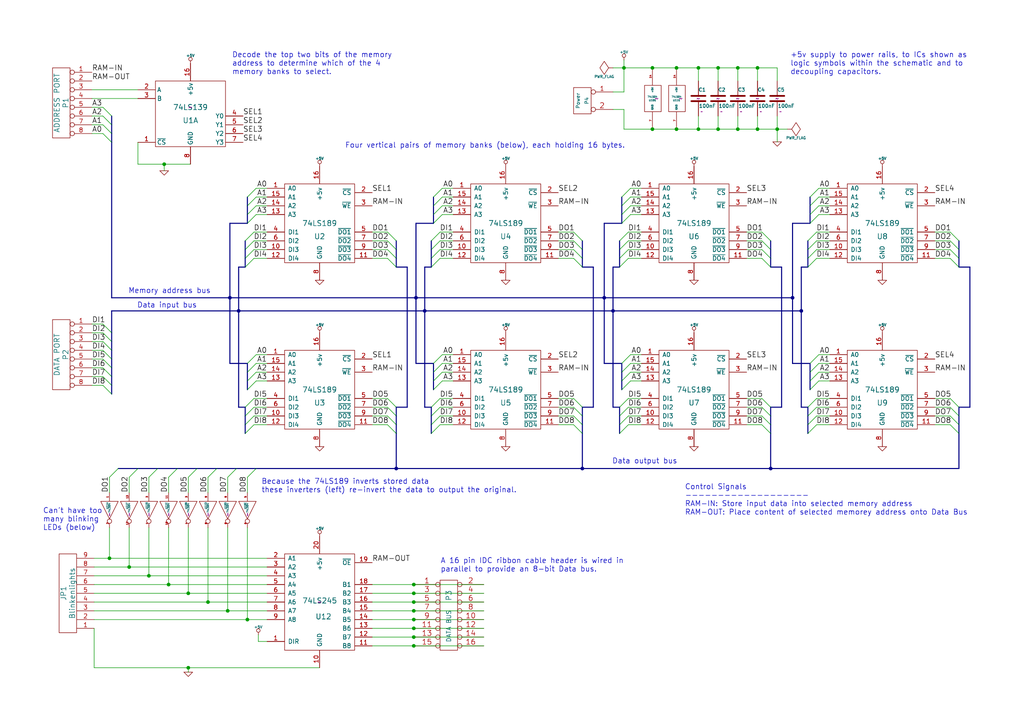
<source format=kicad_sch>
(kicad_sch (version 20211123) (generator eeschema)
  (paper "A4")
  (title_block (title "Hol-1 8-bit CPU - RAM board") (date "10 mar 2019") (rev "1.0") (company "www.Benningtons.Net"))
  (junction (at 219.71 37.465))
  (junction (at 120.015 187.325))
  (junction (at 120.015 184.785))
  (junction (at 202.565 37.465))
  (junction (at 180.975 19.685))
  (junction (at 120.015 179.705))
  (junction (at 37.465 164.465))
  (junction (at 168.91 135.89))
  (junction (at 177.8 90.17))
  (junction (at 123.19 90.17))
  (junction (at 213.995 37.465))
  (junction (at 208.28 37.465))
  (junction (at 43.18 167.005))
  (junction (at 71.755 179.705))
  (junction (at 175.26 86.36))
  (junction (at 208.28 19.685))
  (junction (at 54.61 172.085))
  (junction (at 48.895 169.545))
  (junction (at 189.23 37.465))
  (junction (at 213.995 19.685))
  (junction (at 225.425 37.465))
  (junction (at 229.87 86.36))
  (junction (at 120.015 174.625))
  (junction (at 202.565 19.685))
  (junction (at 232.41 90.17))
  (junction (at 223.52 135.89))
  (junction (at 114.935 135.89))
  (junction (at 120.015 169.545))
  (junction (at 54.61 193.675))
  (junction (at 69.215 90.17))
  (junction (at 196.215 37.465))
  (junction (at 60.325 174.625))
  (junction (at 120.65 86.36))
  (junction (at 196.215 19.685))
  (junction (at 219.71 19.685))
  (junction (at 47.625 47.625))
  (junction (at 120.015 172.085))
  (junction (at 66.04 177.165))
  (junction (at 120.015 182.245))
  (junction (at 31.75 161.925))
  (junction (at 189.23 19.685))
  (junction (at 120.015 177.165))
  (junction (at 66.675 86.36))
  (bus_entry (at 275.59 74.93) (size 2.54 2.54))
  (bus_entry (at 71.755 62.23) (size 2.54 -2.54))
  (bus_entry (at 71.12 77.47) (size 2.54 -2.54))
  (bus_entry (at 275.59 72.39) (size 2.54 2.54))
  (bus_entry (at 275.59 120.65) (size 2.54 2.54))
  (bus_entry (at 125.095 74.93) (size 2.54 -2.54))
  (bus_entry (at 180.34 105.41) (size 2.54 -2.54))
  (bus_entry (at 112.395 115.57) (size 2.54 2.54))
  (bus_entry (at 180.34 59.69) (size 2.54 -2.54))
  (bus_entry (at 29.845 36.195) (size 2.54 2.54))
  (bus_entry (at 234.315 120.65) (size 2.54 -2.54))
  (bus_entry (at 71.755 105.41) (size 2.54 -2.54))
  (bus_entry (at 166.37 74.93) (size 2.54 2.54))
  (bus_entry (at 71.755 57.15) (size 2.54 -2.54))
  (bus_entry (at 275.59 115.57) (size 2.54 2.54))
  (bus_entry (at 71.755 59.69) (size 2.54 -2.54))
  (bus_entry (at 234.95 110.49) (size 2.54 -2.54))
  (bus_entry (at 180.34 57.15) (size 2.54 -2.54))
  (bus_entry (at 179.705 69.85) (size 2.54 -2.54))
  (bus_entry (at 112.395 74.93) (size 2.54 2.54))
  (bus_entry (at 29.845 31.115) (size 2.54 2.54))
  (bus_entry (at 112.395 69.85) (size 2.54 2.54))
  (bus_entry (at 234.315 123.19) (size 2.54 -2.54))
  (bus_entry (at 220.98 72.39) (size 2.54 2.54))
  (bus_entry (at 48.895 138.43) (size 2.54 -2.54))
  (bus_entry (at 166.37 123.19) (size 2.54 2.54))
  (bus_entry (at 180.34 110.49) (size 2.54 -2.54))
  (bus_entry (at 125.095 125.73) (size 2.54 -2.54))
  (bus_entry (at 166.37 67.31) (size 2.54 2.54))
  (bus_entry (at 112.395 123.19) (size 2.54 2.54))
  (bus_entry (at 234.95 62.23) (size 2.54 -2.54))
  (bus_entry (at 234.95 64.77) (size 2.54 -2.54))
  (bus_entry (at 179.705 125.73) (size 2.54 -2.54))
  (bus_entry (at 275.59 118.11) (size 2.54 2.54))
  (bus_entry (at 179.705 118.11) (size 2.54 -2.54))
  (bus_entry (at 234.315 69.85) (size 2.54 -2.54))
  (bus_entry (at 220.98 120.65) (size 2.54 2.54))
  (bus_entry (at 125.095 69.85) (size 2.54 -2.54))
  (bus_entry (at 29.845 109.22) (size 2.54 2.54))
  (bus_entry (at 166.37 115.57) (size 2.54 2.54))
  (bus_entry (at 179.705 72.39) (size 2.54 -2.54))
  (bus_entry (at 60.325 138.43) (size 2.54 -2.54))
  (bus_entry (at 125.095 123.19) (size 2.54 -2.54))
  (bus_entry (at 180.34 64.77) (size 2.54 -2.54))
  (bus_entry (at 29.845 93.98) (size 2.54 2.54))
  (bus_entry (at 179.705 120.65) (size 2.54 -2.54))
  (bus_entry (at 29.845 111.76) (size 2.54 2.54))
  (bus_entry (at 125.095 118.11) (size 2.54 -2.54))
  (bus_entry (at 71.12 125.73) (size 2.54 -2.54))
  (bus_entry (at 220.98 74.93) (size 2.54 2.54))
  (bus_entry (at 234.95 59.69) (size 2.54 -2.54))
  (bus_entry (at 220.98 123.19) (size 2.54 2.54))
  (bus_entry (at 71.755 138.43) (size 2.54 -2.54))
  (bus_entry (at 179.705 77.47) (size 2.54 -2.54))
  (bus_entry (at 71.12 74.93) (size 2.54 -2.54))
  (bus_entry (at 71.755 110.49) (size 2.54 -2.54))
  (bus_entry (at 234.315 74.93) (size 2.54 -2.54))
  (bus_entry (at 125.73 105.41) (size 2.54 -2.54))
  (bus_entry (at 54.61 138.43) (size 2.54 -2.54))
  (bus_entry (at 29.845 33.655) (size 2.54 2.54))
  (bus_entry (at 220.98 67.31) (size 2.54 2.54))
  (bus_entry (at 125.73 57.15) (size 2.54 -2.54))
  (bus_entry (at 71.12 123.19) (size 2.54 -2.54))
  (bus_entry (at 180.34 62.23) (size 2.54 -2.54))
  (bus_entry (at 166.37 69.85) (size 2.54 2.54))
  (bus_entry (at 112.395 120.65) (size 2.54 2.54))
  (bus_entry (at 166.37 72.39) (size 2.54 2.54))
  (bus_entry (at 125.73 107.95) (size 2.54 -2.54))
  (bus_entry (at 220.98 118.11) (size 2.54 2.54))
  (bus_entry (at 125.73 113.03) (size 2.54 -2.54))
  (bus_entry (at 29.845 104.14) (size 2.54 2.54))
  (bus_entry (at 275.59 67.31) (size 2.54 2.54))
  (bus_entry (at 125.73 110.49) (size 2.54 -2.54))
  (bus_entry (at 31.75 138.43) (size 2.54 -2.54))
  (bus_entry (at 71.12 69.85) (size 2.54 -2.54))
  (bus_entry (at 220.98 115.57) (size 2.54 2.54))
  (bus_entry (at 166.37 118.11) (size 2.54 2.54))
  (bus_entry (at 71.12 120.65) (size 2.54 -2.54))
  (bus_entry (at 112.395 118.11) (size 2.54 2.54))
  (bus_entry (at 180.34 113.03) (size 2.54 -2.54))
  (bus_entry (at 125.095 77.47) (size 2.54 -2.54))
  (bus_entry (at 71.755 113.03) (size 2.54 -2.54))
  (bus_entry (at 71.12 118.11) (size 2.54 -2.54))
  (bus_entry (at 234.315 118.11) (size 2.54 -2.54))
  (bus_entry (at 220.98 69.85) (size 2.54 2.54))
  (bus_entry (at 43.18 138.43) (size 2.54 -2.54))
  (bus_entry (at 29.845 38.735) (size 2.54 2.54))
  (bus_entry (at 125.73 59.69) (size 2.54 -2.54))
  (bus_entry (at 179.705 74.93) (size 2.54 -2.54))
  (bus_entry (at 29.845 99.06) (size 2.54 2.54))
  (bus_entry (at 29.845 101.6) (size 2.54 2.54))
  (bus_entry (at 180.34 107.95) (size 2.54 -2.54))
  (bus_entry (at 71.755 107.95) (size 2.54 -2.54))
  (bus_entry (at 71.755 64.77) (size 2.54 -2.54))
  (bus_entry (at 234.315 72.39) (size 2.54 -2.54))
  (bus_entry (at 29.845 106.68) (size 2.54 2.54))
  (bus_entry (at 29.845 96.52) (size 2.54 2.54))
  (bus_entry (at 37.465 138.43) (size 2.54 -2.54))
  (bus_entry (at 166.37 120.65) (size 2.54 2.54))
  (bus_entry (at 179.705 123.19) (size 2.54 -2.54))
  (bus_entry (at 125.73 62.23) (size 2.54 -2.54))
  (bus_entry (at 275.59 123.19) (size 2.54 2.54))
  (bus_entry (at 125.095 72.39) (size 2.54 -2.54))
  (bus_entry (at 234.95 113.03) (size 2.54 -2.54))
  (bus_entry (at 112.395 67.31) (size 2.54 2.54))
  (bus_entry (at 112.395 72.39) (size 2.54 2.54))
  (bus_entry (at 234.95 107.95) (size 2.54 -2.54))
  (bus_entry (at 234.315 77.47) (size 2.54 -2.54))
  (bus_entry (at 275.59 69.85) (size 2.54 2.54))
  (bus_entry (at 66.04 138.43) (size 2.54 -2.54))
  (bus_entry (at 234.95 57.15) (size 2.54 -2.54))
  (bus_entry (at 125.73 64.77) (size 2.54 -2.54))
  (bus_entry (at 234.95 105.41) (size 2.54 -2.54))
  (bus_entry (at 125.095 120.65) (size 2.54 -2.54))
  (bus_entry (at 234.315 125.73) (size 2.54 -2.54))
  (bus_entry (at 71.12 72.39) (size 2.54 -2.54))
  (bus (pts (xy 180.34 105.41) (xy 180.34 107.95)))
  (wire (pts (xy 120.015 184.785) (xy 140.335 184.785)))
  (wire (pts (xy 29.845 36.195) (xy 26.67 36.195)))
  (wire (pts (xy 182.245 118.11) (xy 186.055 118.11)))
  (wire (pts (xy 271.145 69.85) (xy 275.59 69.85)))
  (bus (pts (xy 114.935 120.65) (xy 114.935 123.19)))
  (bus (pts (xy 71.12 120.65) (xy 71.12 123.19)))
  (bus (pts (xy 175.26 64.77) (xy 175.26 86.36)))
  (wire (pts (xy 27.305 161.925) (xy 31.75 161.925)))
  (wire (pts (xy 180.975 19.685) (xy 189.23 19.685)))
  (bus (pts (xy 32.385 96.52) (xy 32.385 99.06)))
  (bus (pts (xy 229.87 64.77) (xy 234.95 64.77)))
  (wire (pts (xy 225.425 37.465) (xy 228.346 37.465)))
  (wire (pts (xy 237.49 105.41) (xy 240.665 105.41)))
  (bus (pts (xy 278.13 69.85) (xy 278.13 72.39)))
  (wire (pts (xy 182.245 72.39) (xy 186.055 72.39)))
  (bus (pts (xy 223.52 125.73) (xy 223.52 135.89)))
  (wire (pts (xy 271.145 120.65) (xy 275.59 120.65)))
  (bus (pts (xy 120.65 86.36) (xy 120.65 105.41)))
  (bus (pts (xy 32.385 99.06) (xy 32.385 101.6)))
  (bus (pts (xy 223.52 77.47) (xy 226.695 77.47)))
  (wire (pts (xy 120.015 169.545) (xy 140.335 169.545)))
  (bus (pts (xy 175.26 64.77) (xy 180.34 64.77)))
  (bus (pts (xy 114.935 72.39) (xy 114.935 74.93)))
  (bus (pts (xy 125.095 118.11) (xy 125.095 120.65)))
  (wire (pts (xy 202.565 19.685) (xy 202.565 23.495)))
  (wire (pts (xy 271.145 74.93) (xy 275.59 74.93)))
  (wire (pts (xy 128.27 105.41) (xy 131.445 105.41)))
  (bus (pts (xy 71.12 77.47) (xy 69.215 77.47)))
  (wire (pts (xy 127.635 69.85) (xy 131.445 69.85)))
  (wire (pts (xy 60.325 153.035) (xy 60.325 174.625)))
  (bus (pts (xy 278.13 74.93) (xy 278.13 77.47)))
  (wire (pts (xy 216.535 115.57) (xy 220.98 115.57)))
  (bus (pts (xy 234.95 110.49) (xy 234.95 113.03)))
  (wire (pts (xy 161.925 120.65) (xy 166.37 120.65)))
  (wire (pts (xy 182.88 110.49) (xy 186.055 110.49)))
  (wire (pts (xy 182.245 120.65) (xy 186.055 120.65)))
  (bus (pts (xy 234.95 107.95) (xy 234.95 110.49)))
  (bus (pts (xy 226.695 77.47) (xy 226.695 118.11)))
  (bus (pts (xy 123.19 77.47) (xy 123.19 90.17)))
  (wire (pts (xy 182.245 74.93) (xy 186.055 74.93)))
  (wire (pts (xy 236.855 69.85) (xy 240.665 69.85)))
  (wire (pts (xy 107.95 179.705) (xy 120.015 179.705)))
  (bus (pts (xy 175.26 105.41) (xy 180.34 105.41)))
  (wire (pts (xy 37.465 142.875) (xy 37.465 138.43)))
  (bus (pts (xy 180.34 62.23) (xy 180.34 64.77)))
  (wire (pts (xy 73.66 123.19) (xy 77.47 123.19)))
  (wire (pts (xy 40.005 41.275) (xy 40.005 47.625)))
  (wire (pts (xy 236.855 115.57) (xy 240.665 115.57)))
  (wire (pts (xy 31.75 161.925) (xy 77.47 161.925)))
  (wire (pts (xy 208.28 19.685) (xy 213.995 19.685)))
  (wire (pts (xy 73.66 67.31) (xy 77.47 67.31)))
  (wire (pts (xy 26.67 111.76) (xy 29.845 111.76)))
  (wire (pts (xy 180.975 19.685) (xy 180.975 17.399)))
  (bus (pts (xy 168.91 77.47) (xy 172.085 77.47)))
  (bus (pts (xy 118.11 118.11) (xy 114.935 118.11)))
  (wire (pts (xy 77.47 186.055) (xy 74.93 186.055)))
  (bus (pts (xy 168.91 69.85) (xy 168.91 72.39)))
  (wire (pts (xy 27.305 177.165) (xy 66.04 177.165)))
  (wire (pts (xy 237.49 57.15) (xy 240.665 57.15)))
  (wire (pts (xy 48.895 142.875) (xy 48.895 138.43)))
  (bus (pts (xy 179.705 123.19) (xy 179.705 125.73)))
  (wire (pts (xy 182.88 105.41) (xy 186.055 105.41)))
  (wire (pts (xy 161.925 118.11) (xy 166.37 118.11)))
  (wire (pts (xy 47.625 47.625) (xy 55.245 47.625)))
  (wire (pts (xy 216.535 118.11) (xy 220.98 118.11)))
  (wire (pts (xy 216.535 69.85) (xy 220.98 69.85)))
  (wire (pts (xy 37.465 164.465) (xy 77.47 164.465)))
  (wire (pts (xy 225.425 33.655) (xy 225.425 37.465)))
  (bus (pts (xy 71.755 105.41) (xy 71.755 107.95)))
  (wire (pts (xy 74.93 186.055) (xy 74.93 184.15)))
  (bus (pts (xy 180.34 57.15) (xy 180.34 59.69)))
  (bus (pts (xy 234.315 123.19) (xy 234.315 125.73)))
  (bus (pts (xy 32.385 101.6) (xy 32.385 104.14)))
  (wire (pts (xy 202.565 37.465) (xy 202.565 33.655)))
  (bus (pts (xy 71.12 69.85) (xy 71.12 72.39)))
  (wire (pts (xy 182.245 69.85) (xy 186.055 69.85)))
  (bus (pts (xy 32.385 41.275) (xy 32.385 86.36)))
  (bus (pts (xy 32.385 86.36) (xy 66.675 86.36)))
  (wire (pts (xy 27.305 193.675) (xy 54.61 193.675)))
  (wire (pts (xy 237.49 59.69) (xy 240.665 59.69)))
  (wire (pts (xy 127.635 67.31) (xy 131.445 67.31)))
  (bus (pts (xy 168.91 125.73) (xy 168.91 135.89)))
  (bus (pts (xy 179.705 120.65) (xy 179.705 123.19)))
  (bus (pts (xy 69.215 77.47) (xy 69.215 90.17)))
  (bus (pts (xy 125.73 105.41) (xy 125.73 107.95)))
  (bus (pts (xy 175.26 86.36) (xy 229.87 86.36)))
  (bus (pts (xy 32.385 90.17) (xy 69.215 90.17)))
  (wire (pts (xy 128.27 57.15) (xy 131.445 57.15)))
  (wire (pts (xy 71.755 153.035) (xy 71.755 179.705)))
  (bus (pts (xy 223.52 123.19) (xy 223.52 125.73)))
  (bus (pts (xy 69.215 118.11) (xy 71.12 118.11)))
  (wire (pts (xy 107.95 174.625) (xy 120.015 174.625)))
  (wire (pts (xy 216.535 72.39) (xy 220.98 72.39)))
  (bus (pts (xy 71.12 72.39) (xy 71.12 74.93)))
  (bus (pts (xy 175.26 86.36) (xy 175.26 105.41)))
  (bus (pts (xy 278.13 118.11) (xy 278.13 120.65)))
  (bus (pts (xy 226.695 118.11) (xy 223.52 118.11)))
  (bus (pts (xy 125.73 57.15) (xy 125.73 59.69)))
  (wire (pts (xy 40.005 47.625) (xy 47.625 47.625)))
  (wire (pts (xy 236.855 118.11) (xy 240.665 118.11)))
  (wire (pts (xy 182.88 102.87) (xy 186.055 102.87)))
  (bus (pts (xy 66.675 86.36) (xy 66.675 105.41)))
  (wire (pts (xy 74.295 59.69) (xy 77.47 59.69)))
  (bus (pts (xy 125.73 107.95) (xy 125.73 110.49)))
  (wire (pts (xy 54.61 153.035) (xy 54.61 172.085)))
  (wire (pts (xy 120.015 174.625) (xy 140.335 174.625)))
  (bus (pts (xy 229.87 86.36) (xy 229.87 105.41)))
  (wire (pts (xy 26.67 104.14) (xy 29.845 104.14)))
  (wire (pts (xy 27.305 164.465) (xy 37.465 164.465)))
  (bus (pts (xy 125.095 72.39) (xy 125.095 74.93)))
  (bus (pts (xy 120.65 86.36) (xy 175.26 86.36)))
  (wire (pts (xy 236.855 72.39) (xy 240.665 72.39)))
  (bus (pts (xy 234.95 62.23) (xy 234.95 64.77)))
  (wire (pts (xy 74.295 102.87) (xy 77.47 102.87)))
  (bus (pts (xy 66.675 64.77) (xy 71.755 64.77)))
  (wire (pts (xy 271.145 72.39) (xy 275.59 72.39)))
  (bus (pts (xy 66.675 64.77) (xy 66.675 86.36)))
  (wire (pts (xy 128.27 102.87) (xy 131.445 102.87)))
  (wire (pts (xy 74.295 62.23) (xy 77.47 62.23)))
  (bus (pts (xy 125.73 62.23) (xy 125.73 64.77)))
  (bus (pts (xy 120.65 64.77) (xy 120.65 86.36)))
  (bus (pts (xy 223.52 74.93) (xy 223.52 77.47)))
  (bus (pts (xy 71.12 74.93) (xy 71.12 77.47)))
  (wire (pts (xy 189.23 37.465) (xy 196.215 37.465)))
  (bus (pts (xy 234.315 77.47) (xy 232.41 77.47)))
  (wire (pts (xy 208.28 37.465) (xy 208.28 33.655)))
  (bus (pts (xy 123.19 90.17) (xy 123.19 118.11)))
  (bus (pts (xy 120.65 64.77) (xy 125.73 64.77)))
  (bus (pts (xy 168.91 120.65) (xy 168.91 123.19)))
  (wire (pts (xy 237.49 110.49) (xy 240.665 110.49)))
  (bus (pts (xy 179.705 69.85) (xy 179.705 72.39)))
  (wire (pts (xy 180.975 31.75) (xy 180.975 37.465)))
  (bus (pts (xy 68.58 135.89) (xy 74.295 135.89)))
  (bus (pts (xy 45.72 135.89) (xy 51.435 135.89)))
  (bus (pts (xy 278.13 72.39) (xy 278.13 74.93)))
  (wire (pts (xy 26.67 99.06) (xy 29.845 99.06)))
  (wire (pts (xy 161.925 74.93) (xy 166.37 74.93)))
  (bus (pts (xy 179.705 72.39) (xy 179.705 74.93)))
  (wire (pts (xy 236.855 120.65) (xy 240.665 120.65)))
  (bus (pts (xy 32.385 111.76) (xy 32.385 114.3)))
  (wire (pts (xy 127.635 120.65) (xy 131.445 120.65)))
  (bus (pts (xy 234.315 74.93) (xy 234.315 77.47)))
  (wire (pts (xy 161.925 72.39) (xy 166.37 72.39)))
  (bus (pts (xy 229.87 105.41) (xy 234.95 105.41)))
  (wire (pts (xy 237.49 54.61) (xy 240.665 54.61)))
  (bus (pts (xy 234.315 69.85) (xy 234.315 72.39)))
  (wire (pts (xy 180.975 37.465) (xy 189.23 37.465)))
  (bus (pts (xy 32.385 33.655) (xy 32.385 36.195)))
  (wire (pts (xy 48.895 169.545) (xy 77.47 169.545)))
  (wire (pts (xy 107.95 74.93) (xy 112.395 74.93)))
  (bus (pts (xy 234.95 59.69) (xy 234.95 62.23)))
  (wire (pts (xy 237.49 107.95) (xy 240.665 107.95)))
  (bus (pts (xy 34.29 135.89) (xy 40.005 135.89)))
  (wire (pts (xy 74.295 57.15) (xy 77.47 57.15)))
  (wire (pts (xy 107.95 187.325) (xy 120.015 187.325)))
  (wire (pts (xy 54.61 172.085) (xy 77.47 172.085)))
  (wire (pts (xy 26.67 101.6) (xy 29.845 101.6)))
  (wire (pts (xy 237.49 62.23) (xy 240.665 62.23)))
  (wire (pts (xy 27.305 182.245) (xy 27.305 193.675)))
  (bus (pts (xy 168.91 123.19) (xy 168.91 125.73)))
  (wire (pts (xy 216.535 67.31) (xy 220.98 67.31)))
  (bus (pts (xy 71.12 123.19) (xy 71.12 125.73)))
  (wire (pts (xy 128.27 110.49) (xy 131.445 110.49)))
  (wire (pts (xy 128.27 54.61) (xy 131.445 54.61)))
  (bus (pts (xy 168.91 135.89) (xy 114.935 135.89)))
  (wire (pts (xy 202.565 19.685) (xy 208.28 19.685)))
  (wire (pts (xy 219.71 19.685) (xy 225.425 19.685)))
  (wire (pts (xy 71.755 179.705) (xy 77.47 179.705)))
  (bus (pts (xy 281.305 77.47) (xy 281.305 118.11)))
  (wire (pts (xy 219.71 37.465) (xy 219.71 33.655)))
  (bus (pts (xy 177.8 90.17) (xy 177.8 118.11)))
  (bus (pts (xy 223.52 72.39) (xy 223.52 74.93)))
  (wire (pts (xy 127.635 115.57) (xy 131.445 115.57)))
  (bus (pts (xy 177.8 90.17) (xy 232.41 90.17)))
  (wire (pts (xy 29.845 31.115) (xy 26.67 31.115)))
  (wire (pts (xy 236.855 74.93) (xy 240.665 74.93)))
  (wire (pts (xy 213.995 19.685) (xy 219.71 19.685)))
  (bus (pts (xy 180.34 107.95) (xy 180.34 110.49)))
  (bus (pts (xy 69.215 90.17) (xy 69.215 118.11)))
  (wire (pts (xy 54.61 142.875) (xy 54.61 138.43)))
  (bus (pts (xy 234.315 72.39) (xy 234.315 74.93)))
  (wire (pts (xy 27.305 174.625) (xy 60.325 174.625)))
  (wire (pts (xy 27.305 169.545) (xy 48.895 169.545)))
  (bus (pts (xy 234.95 105.41) (xy 234.95 107.95)))
  (wire (pts (xy 182.245 115.57) (xy 186.055 115.57)))
  (bus (pts (xy 69.215 90.17) (xy 123.19 90.17)))
  (bus (pts (xy 177.8 77.47) (xy 177.8 90.17)))
  (bus (pts (xy 180.34 59.69) (xy 180.34 62.23)))
  (wire (pts (xy 177.8 31.75) (xy 180.975 31.75)))
  (bus (pts (xy 125.095 120.65) (xy 125.095 123.19)))
  (bus (pts (xy 232.41 90.17) (xy 232.41 118.11)))
  (wire (pts (xy 47.625 49.53) (xy 47.625 47.625)))
  (wire (pts (xy 182.88 107.95) (xy 186.055 107.95)))
  (bus (pts (xy 66.675 105.41) (xy 71.755 105.41)))
  (bus (pts (xy 71.755 59.69) (xy 71.755 62.23)))
  (wire (pts (xy 107.95 172.085) (xy 120.015 172.085)))
  (bus (pts (xy 232.41 118.11) (xy 234.315 118.11)))
  (bus (pts (xy 179.705 74.93) (xy 179.705 77.47)))
  (bus (pts (xy 125.095 74.93) (xy 125.095 77.47)))
  (wire (pts (xy 48.895 153.035) (xy 48.895 169.545)))
  (wire (pts (xy 66.04 153.035) (xy 66.04 177.165)))
  (bus (pts (xy 114.935 69.85) (xy 114.935 72.39)))
  (wire (pts (xy 107.95 184.785) (xy 120.015 184.785)))
  (wire (pts (xy 182.88 62.23) (xy 186.055 62.23)))
  (bus (pts (xy 278.13 77.47) (xy 281.305 77.47)))
  (wire (pts (xy 236.855 67.31) (xy 240.665 67.31)))
  (wire (pts (xy 29.845 33.655) (xy 26.67 33.655)))
  (bus (pts (xy 40.005 135.89) (xy 45.72 135.89)))
  (bus (pts (xy 281.305 118.11) (xy 278.13 118.11)))
  (wire (pts (xy 128.27 107.95) (xy 131.445 107.95)))
  (wire (pts (xy 74.295 105.41) (xy 77.47 105.41)))
  (wire (pts (xy 196.215 19.685) (xy 202.565 19.685)))
  (wire (pts (xy 73.66 74.93) (xy 77.47 74.93)))
  (wire (pts (xy 31.75 153.035) (xy 31.75 161.925)))
  (wire (pts (xy 27.305 167.005) (xy 43.18 167.005)))
  (wire (pts (xy 37.465 153.035) (xy 37.465 164.465)))
  (bus (pts (xy 118.11 77.47) (xy 118.11 118.11)))
  (bus (pts (xy 278.13 125.73) (xy 278.13 135.89)))
  (wire (pts (xy 127.635 74.93) (xy 131.445 74.93)))
  (bus (pts (xy 71.755 57.15) (xy 71.755 59.69)))
  (wire (pts (xy 66.04 142.875) (xy 66.04 138.43)))
  (wire (pts (xy 73.66 115.57) (xy 77.47 115.57)))
  (bus (pts (xy 278.13 135.89) (xy 223.52 135.89)))
  (bus (pts (xy 278.13 120.65) (xy 278.13 123.19)))
  (wire (pts (xy 74.295 107.95) (xy 77.47 107.95)))
  (bus (pts (xy 234.315 118.11) (xy 234.315 120.65)))
  (wire (pts (xy 236.855 123.19) (xy 240.665 123.19)))
  (bus (pts (xy 177.8 118.11) (xy 179.705 118.11)))
  (bus (pts (xy 223.52 135.89) (xy 168.91 135.89)))
  (bus (pts (xy 179.705 118.11) (xy 179.705 120.65)))
  (wire (pts (xy 208.28 19.685) (xy 208.28 23.495)))
  (wire (pts (xy 107.95 123.19) (xy 112.395 123.19)))
  (wire (pts (xy 107.95 182.245) (xy 120.015 182.245)))
  (bus (pts (xy 71.12 118.11) (xy 71.12 120.65)))
  (wire (pts (xy 73.66 120.65) (xy 77.47 120.65)))
  (wire (pts (xy 196.215 37.465) (xy 202.565 37.465)))
  (bus (pts (xy 223.52 118.11) (xy 223.52 120.65)))
  (wire (pts (xy 120.015 187.325) (xy 140.335 187.325)))
  (bus (pts (xy 114.935 74.93) (xy 114.935 77.47)))
  (bus (pts (xy 125.095 69.85) (xy 125.095 72.39)))
  (wire (pts (xy 74.295 110.49) (xy 77.47 110.49)))
  (wire (pts (xy 120.015 182.245) (xy 140.335 182.245)))
  (wire (pts (xy 128.27 62.23) (xy 131.445 62.23)))
  (wire (pts (xy 60.325 174.625) (xy 77.47 174.625)))
  (wire (pts (xy 26.67 96.52) (xy 29.845 96.52)))
  (bus (pts (xy 223.52 69.85) (xy 223.52 72.39)))
  (wire (pts (xy 208.28 37.465) (xy 213.995 37.465)))
  (bus (pts (xy 234.95 57.15) (xy 234.95 59.69)))
  (wire (pts (xy 66.04 177.165) (xy 77.47 177.165)))
  (wire (pts (xy 54.61 194.945) (xy 54.61 193.675)))
  (bus (pts (xy 168.91 74.93) (xy 168.91 77.47)))
  (wire (pts (xy 31.75 142.875) (xy 31.75 138.43)))
  (wire (pts (xy 161.925 67.31) (xy 166.37 67.31)))
  (wire (pts (xy 177.8 19.685) (xy 180.975 19.685)))
  (wire (pts (xy 219.71 37.465) (xy 225.425 37.465)))
  (bus (pts (xy 57.15 135.89) (xy 62.865 135.89)))
  (bus (pts (xy 168.91 118.11) (xy 168.91 120.65)))
  (bus (pts (xy 229.87 64.77) (xy 229.87 86.36)))
  (wire (pts (xy 225.425 41.148) (xy 225.425 37.465)))
  (wire (pts (xy 74.295 54.61) (xy 77.47 54.61)))
  (wire (pts (xy 161.925 123.19) (xy 166.37 123.19)))
  (wire (pts (xy 107.95 169.545) (xy 120.015 169.545)))
  (bus (pts (xy 125.73 59.69) (xy 125.73 62.23)))
  (bus (pts (xy 66.675 86.36) (xy 120.65 86.36)))
  (bus (pts (xy 234.315 120.65) (xy 234.315 123.19)))
  (wire (pts (xy 213.995 19.685) (xy 213.995 23.495)))
  (bus (pts (xy 179.705 77.47) (xy 177.8 77.47)))
  (bus (pts (xy 32.385 36.195) (xy 32.385 38.735)))
  (bus (pts (xy 172.085 77.47) (xy 172.085 118.11)))
  (wire (pts (xy 161.925 69.85) (xy 166.37 69.85)))
  (wire (pts (xy 237.49 102.87) (xy 240.665 102.87)))
  (bus (pts (xy 32.385 38.735) (xy 32.385 41.275)))
  (wire (pts (xy 27.305 179.705) (xy 71.755 179.705)))
  (wire (pts (xy 189.23 19.685) (xy 196.215 19.685)))
  (bus (pts (xy 32.385 109.22) (xy 32.385 111.76)))
  (wire (pts (xy 180.975 26.67) (xy 180.975 19.685)))
  (wire (pts (xy 26.67 106.68) (xy 29.845 106.68)))
  (wire (pts (xy 60.325 142.875) (xy 60.325 138.43)))
  (bus (pts (xy 71.755 110.49) (xy 71.755 113.03)))
  (wire (pts (xy 219.71 19.685) (xy 219.71 23.495)))
  (wire (pts (xy 182.245 123.19) (xy 186.055 123.19)))
  (wire (pts (xy 213.995 33.655) (xy 213.995 37.465)))
  (wire (pts (xy 127.635 72.39) (xy 131.445 72.39)))
  (wire (pts (xy 107.95 72.39) (xy 112.395 72.39)))
  (bus (pts (xy 123.19 90.17) (xy 177.8 90.17)))
  (wire (pts (xy 127.635 118.11) (xy 131.445 118.11)))
  (wire (pts (xy 107.95 69.85) (xy 112.395 69.85)))
  (wire (pts (xy 182.245 67.31) (xy 186.055 67.31)))
  (wire (pts (xy 271.145 123.19) (xy 275.59 123.19)))
  (bus (pts (xy 71.755 107.95) (xy 71.755 110.49)))
  (wire (pts (xy 107.95 120.65) (xy 112.395 120.65)))
  (bus (pts (xy 168.91 72.39) (xy 168.91 74.93)))
  (bus (pts (xy 180.34 110.49) (xy 180.34 113.03)))
  (wire (pts (xy 271.145 115.57) (xy 275.59 115.57)))
  (wire (pts (xy 107.95 177.165) (xy 120.015 177.165)))
  (bus (pts (xy 120.65 105.41) (xy 125.73 105.41)))
  (wire (pts (xy 120.015 172.085) (xy 140.335 172.085)))
  (wire (pts (xy 43.18 153.035) (xy 43.18 167.005)))
  (bus (pts (xy 125.095 77.47) (xy 123.19 77.47)))
  (wire (pts (xy 271.145 67.31) (xy 275.59 67.31)))
  (bus (pts (xy 32.385 106.68) (xy 32.385 109.22)))
  (wire (pts (xy 182.88 54.61) (xy 186.055 54.61)))
  (wire (pts (xy 73.66 72.39) (xy 77.47 72.39)))
  (wire (pts (xy 182.88 57.15) (xy 186.055 57.15)))
  (bus (pts (xy 71.755 62.23) (xy 71.755 64.77)))
  (wire (pts (xy 225.425 19.685) (xy 225.425 23.495)))
  (wire (pts (xy 43.18 167.005) (xy 77.47 167.005)))
  (bus (pts (xy 114.935 123.19) (xy 114.935 125.73)))
  (bus (pts (xy 223.52 120.65) (xy 223.52 123.19)))
  (wire (pts (xy 54.61 193.675) (xy 92.71 193.675)))
  (wire (pts (xy 128.27 59.69) (xy 131.445 59.69)))
  (wire (pts (xy 216.535 120.65) (xy 220.98 120.65)))
  (wire (pts (xy 29.845 38.735) (xy 26.67 38.735)))
  (bus (pts (xy 51.435 135.89) (xy 57.15 135.89)))
  (bus (pts (xy 114.935 118.11) (xy 114.935 120.65)))
  (wire (pts (xy 107.95 115.57) (xy 112.395 115.57)))
  (wire (pts (xy 177.8 26.67) (xy 180.975 26.67)))
  (bus (pts (xy 114.935 77.47) (xy 118.11 77.47)))
  (bus (pts (xy 125.095 123.19) (xy 125.095 125.73)))
  (wire (pts (xy 71.755 142.875) (xy 71.755 138.43)))
  (wire (pts (xy 271.145 118.11) (xy 275.59 118.11)))
  (wire (pts (xy 107.95 118.11) (xy 112.395 118.11)))
  (wire (pts (xy 73.66 118.11) (xy 77.47 118.11)))
  (wire (pts (xy 73.66 69.85) (xy 77.47 69.85)))
  (wire (pts (xy 127.635 123.19) (xy 131.445 123.19)))
  (wire (pts (xy 43.18 142.875) (xy 43.18 138.43)))
  (bus (pts (xy 278.13 123.19) (xy 278.13 125.73)))
  (bus (pts (xy 125.73 110.49) (xy 125.73 113.03)))
  (bus (pts (xy 74.295 135.89) (xy 114.935 135.89)))
  (wire (pts (xy 27.305 172.085) (xy 54.61 172.085)))
  (bus (pts (xy 62.865 135.89) (xy 68.58 135.89)))
  (bus (pts (xy 172.085 118.11) (xy 168.91 118.11)))
  (wire (pts (xy 26.67 109.22) (xy 29.845 109.22)))
  (wire (pts (xy 26.67 26.035) (xy 40.005 26.035)))
  (wire (pts (xy 26.67 28.575) (xy 40.005 28.575)))
  (wire (pts (xy 216.535 123.19) (xy 220.98 123.19)))
  (bus (pts (xy 232.41 77.47) (xy 232.41 90.17)))
  (wire (pts (xy 213.995 37.465) (xy 219.71 37.465)))
  (wire (pts (xy 107.95 67.31) (xy 112.395 67.31)))
  (wire (pts (xy 120.015 179.705) (xy 140.335 179.705)))
  (wire (pts (xy 216.535 74.93) (xy 220.98 74.93)))
  (wire (pts (xy 182.88 59.69) (xy 186.055 59.69)))
  (wire (pts (xy 120.015 177.165) (xy 140.335 177.165)))
  (bus (pts (xy 32.385 90.17) (xy 32.385 96.52)))
  (wire (pts (xy 161.925 115.57) (xy 166.37 115.57)))
  (bus (pts (xy 114.935 125.73) (xy 114.935 135.89)))
  (wire (pts (xy 26.67 93.98) (xy 29.845 93.98)))
  (bus (pts (xy 32.385 104.14) (xy 32.385 106.68)))
  (wire (pts (xy 202.565 37.465) (xy 208.28 37.465)))
  (bus (pts (xy 123.19 118.11) (xy 125.095 118.11)))
  (text "Decode the top two bits of the memory\naddress to determine which of the 4\nmemory banks to select." (at 67.31 21.844 0) (effects (font (size 1.524 1.524)) (justify left bottom)))
  (text "Data input bus" (at 39.751 89.535 0) (effects (font (size 1.524 1.524)) (justify left bottom)))
  (text "A 16 pin IDC ribbon cable header is wired in\nparallel to provide an 8-bit Data bus." (at 127.762 166.116 0) (effects (font (size 1.524 1.524)) (justify left bottom)))
  (text "Memory address bus" (at 37.211 85.344 0) (effects (font (size 1.524 1.524)) (justify left bottom)))
  (text "Data output bus" (at 177.546 134.747 0) (effects (font (size 1.524 1.524)) (justify left bottom)))
  (text "Four vertical pairs of memory banks (below), each holding 16 bytes." (at 100.076 43.18 0) (effects (font (size 1.524 1.524)) (justify left bottom)))
  (text "Because the 74LS189 inverts stored data\nthese inverters (left) re-invert the data to output the original." (at 75.819 143.129 0) (effects (font (size 1.524 1.524)) (justify left bottom)))
  (text "Control Signals\n-------------------\nRAM-IN: Store input data into selected memory address\nRAM-OUT: Place content of selected memorey address onto Data Bus" (at 198.628 149.606 0) (effects (font (size 1.524 1.524)) (justify left bottom)))
  (text "+5v supply to power rails, to ICs shown as\nlogic symbols within the schematic and to\ndecoupling capacitors." (at 229.235 21.844 0) (effects (font (size 1.524 1.524)) (justify left bottom)))
  (text "Can't have too\nmany blinking\nLEDs (below)" (at 12.446 154.051 0) (effects (font (size 1.524 1.524)) (justify left bottom)))
  (label "DI6" (at 26.67 106.68 0) (effects (font (size 1.524 1.524))))
  (label "DI1" (at 77.47 67.31 180) (effects (font (size 1.524 1.524))))
  (label "DI3" (at 26.67 99.06 0) (effects (font (size 1.524 1.524))))
  (label "DO8" (at 271.145 123.19 0) (effects (font (size 1.524 1.524))))
  (label "SEL2" (at 161.925 55.88 0) (effects (font (size 1.524 1.524))))
  (label "A1" (at 77.47 105.41 180) (effects (font (size 1.524 1.524))))
  (label "DO1" (at 31.75 142.875 90) (effects (font (size 1.524 1.524))))
  (label "A1" (at 186.055 57.15 180) (effects (font (size 1.524 1.524))))
  (label "A1" (at 77.47 57.15 180) (effects (font (size 1.524 1.524))))
  (label "DI4" (at 77.47 74.93 180) (effects (font (size 1.524 1.524))))
  (label "DO7" (at 66.04 142.875 90) (effects (font (size 1.524 1.524))))
  (label "DO4" (at 216.535 74.93 0) (effects (font (size 1.524 1.524))))
  (label "A1" (at 186.055 105.41 180) (effects (font (size 1.524 1.524))))
  (label "DO7" (at 271.145 120.65 0) (effects (font (size 1.524 1.524))))
  (label "DI6" (at 240.665 118.11 180) (effects (font (size 1.524 1.524))))
  (label "DI5" (at 186.055 115.57 180) (effects (font (size 1.524 1.524))))
  (label "DO5" (at 107.95 115.57 0) (effects (font (size 1.524 1.524))))
  (label "DO7" (at 161.925 120.65 0) (effects (font (size 1.524 1.524))))
  (label "DO1" (at 271.145 67.31 0) (effects (font (size 1.524 1.524))))
  (label "SEL1" (at 70.485 33.655 0) (effects (font (size 1.524 1.524))))
  (label "DO2" (at 37.465 142.875 90) (effects (font (size 1.524 1.524))))
  (label "RAM-IN" (at 216.535 59.69 0) (effects (font (size 1.524 1.524))))
  (label "DO4" (at 48.895 142.875 90) (effects (font (size 1.524 1.524))))
  (label "RAM-OUT" (at 26.67 23.495 0) (effects (font (size 1.524 1.524))))
  (label "A3" (at 77.47 110.49 180) (effects (font (size 1.524 1.524))))
  (label "DI3" (at 186.055 72.39 180) (effects (font (size 1.524 1.524))))
  (label "A0" (at 77.47 102.87 180) (effects (font (size 1.524 1.524))))
  (label "DO6" (at 60.325 142.875 90) (effects (font (size 1.524 1.524))))
  (label "DI8" (at 131.445 123.19 180) (effects (font (size 1.524 1.524))))
  (label "DO1" (at 161.925 67.31 0) (effects (font (size 1.524 1.524))))
  (label "DI5" (at 131.445 115.57 180) (effects (font (size 1.524 1.524))))
  (label "DO2" (at 161.925 69.85 0) (effects (font (size 1.524 1.524))))
  (label "A3" (at 240.665 62.23 180) (effects (font (size 1.524 1.524))))
  (label "A3" (at 186.055 62.23 180) (effects (font (size 1.524 1.524))))
  (label "A0" (at 240.665 102.87 180) (effects (font (size 1.524 1.524))))
  (label "DI8" (at 186.055 123.19 180) (effects (font (size 1.524 1.524))))
  (label "A1" (at 26.67 36.195 0) (effects (font (size 1.524 1.524))))
  (label "SEL3" (at 216.535 104.14 0) (effects (font (size 1.524 1.524))))
  (label "A0" (at 131.445 54.61 180) (effects (font (size 1.524 1.524))))
  (label "DI1" (at 186.055 67.31 180) (effects (font (size 1.524 1.524))))
  (label "A3" (at 186.055 110.49 180) (effects (font (size 1.524 1.524))))
  (label "DI3" (at 131.445 72.39 180) (effects (font (size 1.524 1.524))))
  (label "A2" (at 186.055 59.69 180) (effects (font (size 1.524 1.524))))
  (label "DI3" (at 240.665 72.39 180) (effects (font (size 1.524 1.524))))
  (label "RAM-IN" (at 107.95 107.95 0) (effects (font (size 1.524 1.524))))
  (label "A0" (at 240.665 54.61 180) (effects (font (size 1.524 1.524))))
  (label "A2" (at 77.47 107.95 180) (effects (font (size 1.524 1.524))))
  (label "DI7" (at 240.665 120.65 180) (effects (font (size 1.524 1.524))))
  (label "A3" (at 131.445 62.23 180) (effects (font (size 1.524 1.524))))
  (label "DI4" (at 131.445 74.93 180) (effects (font (size 1.524 1.524))))
  (label "SEL1" (at 107.95 104.14 0) (effects (font (size 1.524 1.524))))
  (label "DO5" (at 271.145 115.57 0) (effects (font (size 1.524 1.524))))
  (label "DI4" (at 240.665 74.93 180) (effects (font (size 1.524 1.524))))
  (label "DI7" (at 77.47 120.65 180) (effects (font (size 1.524 1.524))))
  (label "SEL2" (at 161.925 104.14 0) (effects (font (size 1.524 1.524))))
  (label "SEL2" (at 70.485 36.195 0) (effects (font (size 1.524 1.524))))
  (label "RAM-IN" (at 216.535 107.95 0) (effects (font (size 1.524 1.524))))
  (label "DO4" (at 271.145 74.93 0) (effects (font (size 1.524 1.524))))
  (label "A2" (at 131.445 59.69 180) (effects (font (size 1.524 1.524))))
  (label "DO5" (at 216.535 115.57 0) (effects (font (size 1.524 1.524))))
  (label "DO7" (at 107.95 120.65 0) (effects (font (size 1.524 1.524))))
  (label "DO6" (at 107.95 118.11 0) (effects (font (size 1.524 1.524))))
  (label "DO6" (at 271.145 118.11 0) (effects (font (size 1.524 1.524))))
  (label "DO3" (at 43.18 142.875 90) (effects (font (size 1.524 1.524))))
  (label "DI1" (at 240.665 67.31 180) (effects (font (size 1.524 1.524))))
  (label "DO3" (at 161.925 72.39 0) (effects (font (size 1.524 1.524))))
  (label "DO8" (at 161.925 123.19 0) (effects (font (size 1.524 1.524))))
  (label "A1" (at 131.445 105.41 180) (effects (font (size 1.524 1.524))))
  (label "A1" (at 240.665 105.41 180) (effects (font (size 1.524 1.524))))
  (label "DI2" (at 77.47 69.85 180) (effects (font (size 1.524 1.524))))
  (label "DO8" (at 71.755 142.875 90) (effects (font (size 1.524 1.524))))
  (label "A2" (at 240.665 59.69 180) (effects (font (size 1.524 1.524))))
  (label "DI2" (at 131.445 69.85 180) (effects (font (size 1.524 1.524))))
  (label "DO5" (at 161.925 115.57 0) (effects (font (size 1.524 1.524))))
  (label "RAM-OUT" (at 107.95 163.195 0) (effects (font (size 1.524 1.524))))
  (label "DI6" (at 131.445 118.11 180) (effects (font (size 1.524 1.524))))
  (label "DO2" (at 107.95 69.85 0) (effects (font (size 1.524 1.524))))
  (label "A3" (at 131.445 110.49 180) (effects (font (size 1.524 1.524))))
  (label "DI6" (at 77.47 118.11 180) (effects (font (size 1.524 1.524))))
  (label "RAM-IN" (at 161.925 107.95 0) (effects (font (size 1.524 1.524))))
  (label "RAM-IN" (at 107.95 59.69 0) (effects (font (size 1.524 1.524))))
  (label "DO8" (at 107.95 123.19 0) (effects (font (size 1.524 1.524))))
  (label "A0" (at 77.47 54.61 180) (effects (font (size 1.524 1.524))))
  (label "DI1" (at 26.67 93.98 0) (effects (font (size 1.524 1.524))))
  (label "SEL4" (at 70.485 41.275 0) (effects (font (size 1.524 1.524))))
  (label "RAM-IN" (at 271.145 107.95 0) (effects (font (size 1.524 1.524))))
  (label "DI4" (at 186.055 74.93 180) (effects (font (size 1.524 1.524))))
  (label "SEL4" (at 271.145 104.14 0) (effects (font (size 1.524 1.524))))
  (label "RAM-IN" (at 161.925 59.69 0) (effects (font (size 1.524 1.524))))
  (label "DI7" (at 186.055 120.65 180) (effects (font (size 1.524 1.524))))
  (label "DO3" (at 216.535 72.39 0) (effects (font (size 1.524 1.524))))
  (label "A2" (at 186.055 107.95 180) (effects (font (size 1.524 1.524))))
  (label "DI5" (at 26.67 104.14 0) (effects (font (size 1.524 1.524))))
  (label "DO4" (at 107.95 74.93 0) (effects (font (size 1.524 1.524))))
  (label "DI7" (at 131.445 120.65 180) (effects (font (size 1.524 1.524))))
  (label "SEL3" (at 70.485 38.735 0) (effects (font (size 1.524 1.524))))
  (label "DI3" (at 77.47 72.39 180) (effects (font (size 1.524 1.524))))
  (label "DO6" (at 216.535 118.11 0) (effects (font (size 1.524 1.524))))
  (label "DI5" (at 77.47 115.57 180) (effects (font (size 1.524 1.524))))
  (label "DI5" (at 240.665 115.57 180) (effects (font (size 1.524 1.524))))
  (label "DI2" (at 186.055 69.85 180) (effects (font (size 1.524 1.524))))
  (label "A1" (at 240.665 57.15 180) (effects (font (size 1.524 1.524))))
  (label "DO4" (at 161.925 74.93 0) (effects (font (size 1.524 1.524))))
  (label "A2" (at 77.47 59.69 180) (effects (font (size 1.524 1.524))))
  (label "DO5" (at 54.61 142.875 90) (effects (font (size 1.524 1.524))))
  (label "DO2" (at 271.145 69.85 0) (effects (font (size 1.524 1.524))))
  (label "DI7" (at 26.67 109.22 0) (effects (font (size 1.524 1.524))))
  (label "A3" (at 240.665 110.49 180) (effects (font (size 1.524 1.524))))
  (label "A3" (at 77.47 62.23 180) (effects (font (size 1.524 1.524))))
  (label "DO3" (at 271.145 72.39 0) (effects (font (size 1.524 1.524))))
  (label "DO3" (at 107.95 72.39 0) (effects (font (size 1.524 1.524))))
  (label "A0" (at 131.445 102.87 180) (effects (font (size 1.524 1.524))))
  (label "DO1" (at 216.535 67.31 0) (effects (font (size 1.524 1.524))))
  (label "A2" (at 26.67 33.655 0) (effects (font (size 1.524 1.524))))
  (label "RAM-IN" (at 26.67 20.955 0) (effects (font (size 1.524 1.524))))
  (label "DI6" (at 186.055 118.11 180) (effects (font (size 1.524 1.524))))
  (label "DO7" (at 216.535 120.65 0) (effects (font (size 1.524 1.524))))
  (label "A0" (at 186.055 54.61 180) (effects (font (size 1.524 1.524))))
  (label "DI8" (at 26.67 111.76 0) (effects (font (size 1.524 1.524))))
  (label "A0" (at 186.055 102.87 180) (effects (font (size 1.524 1.524))))
  (label "DO8" (at 216.535 123.19 0) (effects (font (size 1.524 1.524))))
  (label "DI2" (at 26.67 96.52 0) (effects (font (size 1.524 1.524))))
  (label "DO2" (at 216.535 69.85 0) (effects (font (size 1.524 1.524))))
  (label "DI8" (at 240.665 123.19 180) (effects (font (size 1.524 1.524))))
  (label "DI8" (at 77.47 123.19 180) (effects (font (size 1.524 1.524))))
  (label "A2" (at 240.665 107.95 180) (effects (font (size 1.524 1.524))))
  (label "A2" (at 131.445 107.95 180) (effects (font (size 1.524 1.524))))
  (label "DI4" (at 26.67 101.6 0) (effects (font (size 1.524 1.524))))
  (label "A0" (at 26.67 38.735 0) (effects (font (size 1.524 1.524))))
  (label "SEL3" (at 216.535 55.88 0) (effects (font (size 1.524 1.524))))
  (label "SEL4" (at 271.145 55.88 0) (effects (font (size 1.524 1.524))))
  (label "A1" (at 131.445 57.15 180) (effects (font (size 1.524 1.524))))
  (label "A3" (at 26.67 31.115 0) (effects (font (size 1.524 1.524))))
  (label "DI2" (at 240.665 69.85 180) (effects (font (size 1.524 1.524))))
  (label "DO6" (at 161.925 118.11 0) (effects (font (size 1.524 1.524))))
  (label "DI1" (at 131.445 67.31 180) (effects (font (size 1.524 1.524))))
  (label "RAM-IN" (at 271.145 59.69 0) (effects (font (size 1.524 1.524))))
  (label "SEL1" (at 107.95 55.88 0) (effects (font (size 1.524 1.524))))
  (label "DO1" (at 107.95 67.31 0) (effects (font (size 1.524 1.524))))
  (symbol (lib_id "benningtons:CONN_8") (at 17.78 29.845 0) (mirror y) (unit 1)
    (property "Reference" "P1" (at 19.05 29.845 90) (effects (font (size 1.524 1.524))))
    (property "Value" "ADDRESS PORT" (at 16.51 29.845 90) (effects (font (size 1.524 1.524))))
  )
  (symbol (lib_id "benningtons:CONN_8") (at 17.78 102.87 0) (mirror y) (unit 1)
    (property "Reference" "P2" (at 19.05 102.87 90) (effects (font (size 1.524 1.524))))
    (property "Value" "DATA PORT" (at 16.51 102.87 90) (effects (font (size 1.524 1.524))))
  )
  (symbol (lib_id "benningtons:CONN_8X2") (at 130.175 178.435 0) (unit 1)
    (property "Reference" "P3" (at 130.175 172.72 90) (effects (font (size 1.524 1.524))))
    (property "Value" "DATA BUS" (at 130.175 181.61 90))
  )
  (symbol (lib_id "benningtons:74LS189") (at 92.71 64.77 0) (unit 1)
    (property "Reference" "U2" (at 92.71 68.58 0) (effects (font (size 1.524 1.524))))
    (property "Value" "74LS189" (at 92.71 64.77 0) (effects (font (size 1.524 1.524))))
  )
  (symbol (lib_id "benningtons:74LS139") (at 55.245 31.115 0) (unit 1)
    (property "Reference" "U1" (at 55.245 34.925 0) (effects (font (size 1.524 1.524))))
    (property "Value" "74LS139" (at 55.245 31.115 0) (effects (font (size 1.524 1.524))))
    (property "Footprint" "~" (at 55.245 31.115 0) (effects (font (size 1.524 1.524))))
    (property "Datasheet" "~" (at 55.245 31.115 0) (effects (font (size 1.524 1.524))))
  )
  (symbol (lib_id "benningtons:GND") (at 47.625 49.53 0) (unit 1)
    (property "Reference" "#PWR01" (effects hide))
    (property "Value" "GND" (effects hide))
  )
  (symbol (lib_id "benningtons:GND") (at 92.71 81.28 0) (unit 1)
    (property "Reference" "#PWR02" (effects hide))
    (property "Value" "GND" (effects hide))
  )
  (symbol (lib_id "benningtons:PWR_FLAG") (at 177.8 19.685 90) (unit 1)
    (property "Reference" "#FLG03" (effects hide))
    (property "Value" "PWR_FLAG" (at 175.26 22.225 90) (effects (font (size 0.762 0.762))))
  )
  (symbol (lib_id "benningtons:PWR_FLAG") (at 228.346 37.465 270) (mirror x) (unit 1)
    (property "Reference" "#FLG04" (effects hide))
    (property "Value" "PWR_FLAG" (at 230.886 40.005 90) (effects (font (size 0.762 0.762))))
  )
  (symbol (lib_id "benningtons:GND") (at 225.425 41.148 0) (unit 1)
    (property "Reference" "#PWR05" (effects hide))
    (property "Value" "GND" (effects hide))
  )
  (symbol (lib_id "benningtons:74LS189") (at 92.71 113.03 0) (unit 1)
    (property "Reference" "U3" (at 92.71 116.84 0) (effects (font (size 1.524 1.524))))
    (property "Value" "74LS189" (at 92.71 113.03 0) (effects (font (size 1.524 1.524))))
  )
  (symbol (lib_id "benningtons:GND") (at 92.71 129.54 0) (unit 1)
    (property "Reference" "#PWR06" (effects hide))
    (property "Value" "GND" (effects hide))
  )
  (symbol (lib_id "benningtons:74LS189") (at 146.685 64.77 0) (unit 1)
    (property "Reference" "U4" (at 146.685 68.58 0) (effects (font (size 1.524 1.524))))
    (property "Value" "74LS189" (at 146.685 64.77 0) (effects (font (size 1.524 1.524))))
  )
  (symbol (lib_id "benningtons:GND") (at 146.685 81.28 0) (unit 1)
    (property "Reference" "#PWR07" (effects hide))
    (property "Value" "GND" (effects hide))
  )
  (symbol (lib_id "benningtons:74LS189") (at 146.685 113.03 0) (unit 1)
    (property "Reference" "U5" (at 146.685 116.84 0) (effects (font (size 1.524 1.524))))
    (property "Value" "74LS189" (at 146.685 113.03 0) (effects (font (size 1.524 1.524))))
  )
  (symbol (lib_id "benningtons:GND") (at 146.685 129.54 0) (unit 1)
    (property "Reference" "#PWR08" (effects hide))
    (property "Value" "GND" (effects hide))
  )
  (symbol (lib_id "benningtons:74LS189") (at 201.295 64.77 0) (unit 1)
    (property "Reference" "U6" (at 201.295 68.58 0) (effects (font (size 1.524 1.524))))
    (property "Value" "74LS189" (at 201.295 64.77 0) (effects (font (size 1.524 1.524))))
  )
  (symbol (lib_id "benningtons:GND") (at 201.295 81.28 0) (unit 1)
    (property "Reference" "#PWR09" (effects hide))
    (property "Value" "GND" (effects hide))
  )
  (symbol (lib_id "benningtons:74LS189") (at 201.295 113.03 0) (unit 1)
    (property "Reference" "U7" (at 201.295 116.84 0) (effects (font (size 1.524 1.524))))
    (property "Value" "74LS189" (at 201.295 113.03 0) (effects (font (size 1.524 1.524))))
  )
  (symbol (lib_id "benningtons:GND") (at 201.295 129.54 0) (unit 1)
    (property "Reference" "#PWR010" (effects hide))
    (property "Value" "GND" (effects hide))
  )
  (symbol (lib_id "benningtons:74LS189") (at 255.905 64.77 0) (unit 1)
    (property "Reference" "U8" (at 255.905 68.58 0) (effects (font (size 1.524 1.524))))
    (property "Value" "74LS189" (at 255.905 64.77 0) (effects (font (size 1.524 1.524))))
  )
  (symbol (lib_id "benningtons:GND") (at 255.905 81.28 0) (unit 1)
    (property "Reference" "#PWR011" (effects hide))
    (property "Value" "GND" (effects hide))
  )
  (symbol (lib_id "benningtons:74LS189") (at 255.905 113.03 0) (unit 1)
    (property "Reference" "U9" (at 255.905 116.84 0) (effects (font (size 1.524 1.524))))
    (property "Value" "74LS189" (at 255.905 113.03 0) (effects (font (size 1.524 1.524))))
  )
  (symbol (lib_id "benningtons:GND") (at 255.905 129.54 0) (unit 1)
    (property "Reference" "#PWR012" (effects hide))
    (property "Value" "GND" (effects hide))
  )
  (symbol (lib_id "benningtons:74LS04") (at 31.75 147.955 270) (unit 1)
    (property "Reference" "U11" (at 31.115 146.685 0) (effects (font (size 0.508 0.508))))
    (property "Value" "74LS04" (at 31.75 147.32 0) (effects (font (size 0.508 0.508))))
    (property "Footprint" "~" (at 31.75 149.225 0) (effects (font (size 1.524 1.524))))
    (property "Datasheet" "~" (at 31.75 149.225 0) (effects (font (size 1.524 1.524))))
  )
  (symbol (lib_id "benningtons:74LS04") (at 37.465 147.955 270) (unit 6)
    (property "Reference" "U11" (at 36.83 146.685 0) (effects (font (size 0.508 0.508))))
    (property "Value" "74LS04" (at 37.465 147.32 0) (effects (font (size 0.508 0.508))))
    (property "Footprint" "~" (at 37.465 149.225 0) (effects (font (size 1.524 1.524))))
    (property "Datasheet" "~" (at 37.465 149.225 0) (effects (font (size 1.524 1.524))))
  )
  (symbol (lib_id "benningtons:74LS04") (at 43.18 147.955 270) (unit 2)
    (property "Reference" "U11" (at 42.545 146.685 0) (effects (font (size 0.508 0.508))))
    (property "Value" "74LS04" (at 43.18 147.32 0) (effects (font (size 0.508 0.508))))
    (property "Footprint" "~" (at 43.18 149.225 0) (effects (font (size 1.524 1.524))))
    (property "Datasheet" "~" (at 43.18 149.225 0) (effects (font (size 1.524 1.524))))
  )
  (symbol (lib_id "benningtons:74LS04") (at 48.895 147.955 270) (unit 5)
    (property "Reference" "U11" (at 48.26 146.685 0) (effects (font (size 0.508 0.508))))
    (property "Value" "74LS04" (at 48.895 147.32 0) (effects (font (size 0.508 0.508))))
    (property "Footprint" "~" (at 48.895 149.225 0) (effects (font (size 1.524 1.524))))
    (property "Datasheet" "~" (at 48.895 149.225 0) (effects (font (size 1.524 1.524))))
  )
  (symbol (lib_id "benningtons:74LS04") (at 54.61 147.955 270) (unit 2)
    (property "Reference" "U10" (at 53.975 146.685 0) (effects (font (size 0.508 0.508))))
    (property "Value" "74LS04" (at 54.61 147.32 0) (effects (font (size 0.508 0.508))))
    (property "Footprint" "~" (at 54.61 149.225 0) (effects (font (size 1.524 1.524))))
    (property "Datasheet" "~" (at 54.61 149.225 0) (effects (font (size 1.524 1.524))))
  )
  (symbol (lib_id "benningtons:74LS04") (at 60.325 147.955 270) (unit 4)
    (property "Reference" "U11" (at 59.69 146.685 0) (effects (font (size 0.508 0.508))))
    (property "Value" "74LS04" (at 60.325 147.32 0) (effects (font (size 0.508 0.508))))
    (property "Footprint" "~" (at 60.325 149.225 0) (effects (font (size 1.524 1.524))))
    (property "Datasheet" "~" (at 60.325 149.225 0) (effects (font (size 1.524 1.524))))
  )
  (symbol (lib_id "benningtons:74LS04") (at 66.04 147.955 270) (unit 4)
    (property "Reference" "U10" (at 65.405 146.685 0) (effects (font (size 0.508 0.508))))
    (property "Value" "74LS04" (at 66.04 147.32 0) (effects (font (size 0.508 0.508))))
    (property "Footprint" "~" (at 66.04 149.225 0) (effects (font (size 1.524 1.524))))
    (property "Datasheet" "~" (at 66.04 149.225 0) (effects (font (size 1.524 1.524))))
  )
  (symbol (lib_id "benningtons:74LS04") (at 71.755 147.955 270) (unit 3)
    (property "Reference" "U10" (at 71.12 146.685 0) (effects (font (size 0.508 0.508))))
    (property "Value" "74LS04" (at 71.755 147.32 0) (effects (font (size 0.508 0.508))))
    (property "Footprint" "~" (at 71.755 149.225 0) (effects (font (size 1.524 1.524))))
    (property "Datasheet" "~" (at 71.755 149.225 0) (effects (font (size 1.524 1.524))))
  )
  (symbol (lib_id "benningtons:74LS245") (at 92.71 174.625 0) (unit 1)
    (property "Reference" "U12" (at 91.44 179.705 0) (effects (font (size 1.524 1.524)) (justify left bottom)))
    (property "Value" "74LS245" (at 87.63 173.355 0) (effects (font (size 1.524 1.524)) (justify left top)))
    (property "Footprint" "~" (at 92.71 174.625 0) (effects (font (size 1.524 1.524))))
    (property "Datasheet" "~" (at 92.71 174.625 0) (effects (font (size 1.524 1.524))))
  )
  (symbol (lib_id "benningtons:GND") (at 54.61 194.945 0) (unit 1)
    (property "Reference" "#PWR013" (effects hide))
    (property "Value" "GND" (effects hide))
  )
  (symbol (lib_id "benningtons:9-PIN_HEADER") (at 20.955 172.085 270) (mirror x) (unit 1)
    (property "Reference" "JP1" (at 18.415 172.085 0) (effects (font (size 1.524 1.524))))
    (property "Value" "Blinkenlights" (at 20.955 172.085 0) (effects (font (size 1.524 1.524))))
  )
  (symbol (lib_id "benningtons:74LS04") (at 189.23 28.575 0) (unit 7)
    (property "Reference" "U10" (at 189.23 29.083 0) (effects (font (size 0.508 0.508))))
    (property "Value" "74LS04" (at 189.23 28.067 0) (effects (font (size 0.508 0.508))))
    (property "Footprint" "~" (at 190.5 28.575 0) (effects (font (size 1.524 1.524))))
    (property "Datasheet" "~" (at 190.5 28.575 0) (effects (font (size 1.524 1.524))))
  )
  (symbol (lib_id "benningtons:74LS04") (at 196.215 28.575 0) (unit 7)
    (property "Reference" "U11" (at 196.215 29.083 0) (effects (font (size 0.508 0.508))))
    (property "Value" "74LS04" (at 196.215 28.067 0) (effects (font (size 0.508 0.508))))
    (property "Footprint" "~" (at 197.485 28.575 0) (effects (font (size 1.524 1.524))))
    (property "Datasheet" "~" (at 197.485 28.575 0) (effects (font (size 1.524 1.524))))
  )
  (symbol (lib_id "benningtons:C") (at 202.565 28.575 0) (unit 1)
    (property "Reference" "C1" (at 202.565 26.035 0) (effects (font (size 1.016 1.016)) (justify left)))
    (property "Value" "100nF" (at 202.7174 30.734 0) (effects (font (size 1.016 1.016)) (justify left)))
    (property "Footprint" "~" (at 203.5302 32.385 0) (effects (font (size 0.762 0.762))))
    (property "Datasheet" "~" (at 202.565 28.575 0) (effects (font (size 1.524 1.524))))
  )
  (symbol (lib_id "benningtons:C") (at 208.28 28.575 0) (unit 1)
    (property "Reference" "C2" (at 208.28 26.035 0) (effects (font (size 1.016 1.016)) (justify left)))
    (property "Value" "100nF" (at 208.4324 30.734 0) (effects (font (size 1.016 1.016)) (justify left)))
    (property "Footprint" "~" (at 209.2452 32.385 0) (effects (font (size 0.762 0.762))))
    (property "Datasheet" "~" (at 208.28 28.575 0) (effects (font (size 1.524 1.524))))
  )
  (symbol (lib_id "benningtons:C") (at 213.995 28.575 0) (unit 1)
    (property "Reference" "C3" (at 213.995 26.035 0) (effects (font (size 1.016 1.016)) (justify left)))
    (property "Value" "100nF" (at 214.1474 30.734 0) (effects (font (size 1.016 1.016)) (justify left)))
    (property "Footprint" "~" (at 214.9602 32.385 0) (effects (font (size 0.762 0.762))))
    (property "Datasheet" "~" (at 213.995 28.575 0) (effects (font (size 1.524 1.524))))
  )
  (symbol (lib_id "benningtons:C") (at 219.71 28.575 0) (unit 1)
    (property "Reference" "C4" (at 219.71 26.035 0) (effects (font (size 1.016 1.016)) (justify left)))
    (property "Value" "100nF" (at 219.8624 30.734 0) (effects (font (size 1.016 1.016)) (justify left)))
    (property "Footprint" "~" (at 220.6752 32.385 0) (effects (font (size 0.762 0.762))))
    (property "Datasheet" "~" (at 219.71 28.575 0) (effects (font (size 1.524 1.524))))
  )
  (symbol (lib_id "benningtons:C") (at 225.425 28.575 0) (unit 1)
    (property "Reference" "C5" (at 225.425 26.035 0) (effects (font (size 1.016 1.016)) (justify left)))
    (property "Value" "100nF" (at 225.5774 30.734 0) (effects (font (size 1.016 1.016)) (justify left)))
    (property "Footprint" "~" (at 226.3902 32.385 0) (effects (font (size 0.762 0.762))))
    (property "Datasheet" "~" (at 225.425 28.575 0) (effects (font (size 1.524 1.524))))
  )
  (symbol (lib_id "benningtons:+5V") (at 180.975 17.399 0) (unit 1)
    (property "Reference" "#PWR014" (effects hide))
    (property "Value" "+5V" (at 180.975 15.113 0) (effects (font (size 0.762 0.762))))
  )
  (symbol (lib_id "benningtons:+5V") (at 92.71 48.26 0) (unit 1)
    (property "Reference" "#PWR015" (effects hide))
    (property "Value" "+5V" (at 92.71 45.974 0) (effects (font (size 0.762 0.762))))
  )
  (symbol (lib_id "benningtons:+5V") (at 146.685 48.26 0) (unit 1)
    (property "Reference" "#PWR016" (effects hide))
    (property "Value" "+5V" (at 146.685 45.974 0) (effects (font (size 0.762 0.762))))
  )
  (symbol (lib_id "benningtons:+5V") (at 201.295 48.26 0) (unit 1)
    (property "Reference" "#PWR017" (effects hide))
    (property "Value" "+5V" (at 201.295 45.974 0) (effects (font (size 0.762 0.762))))
  )
  (symbol (lib_id "benningtons:+5V") (at 255.905 48.26 0) (unit 1)
    (property "Reference" "#PWR018" (effects hide))
    (property "Value" "+5V" (at 255.905 45.974 0) (effects (font (size 0.762 0.762))))
  )
  (symbol (lib_id "benningtons:+5V") (at 255.905 96.52 0) (unit 1)
    (property "Reference" "#PWR019" (effects hide))
    (property "Value" "+5V" (at 255.905 94.234 0) (effects (font (size 0.762 0.762))))
  )
  (symbol (lib_id "benningtons:+5V") (at 201.295 96.52 0) (unit 1)
    (property "Reference" "#PWR020" (effects hide))
    (property "Value" "+5V" (at 201.295 94.234 0) (effects (font (size 0.762 0.762))))
  )
  (symbol (lib_id "benningtons:+5V") (at 146.685 96.52 0) (unit 1)
    (property "Reference" "#PWR021" (effects hide))
    (property "Value" "+5V" (at 146.685 94.234 0) (effects (font (size 0.762 0.762))))
  )
  (symbol (lib_id "benningtons:+5V") (at 92.71 96.52 0) (unit 1)
    (property "Reference" "#PWR022" (effects hide))
    (property "Value" "+5V" (at 92.71 94.234 0) (effects (font (size 0.762 0.762))))
  )
  (symbol (lib_id "benningtons:+5V") (at 92.71 155.575 0) (unit 1)
    (property "Reference" "#PWR023" (effects hide))
    (property "Value" "+5V" (at 92.71 153.289 0) (effects (font (size 0.762 0.762))))
  )
  (symbol (lib_id "benningtons:+5V") (at 55.245 18.415 0) (unit 1)
    (property "Reference" "#PWR024" (effects hide))
    (property "Value" "+5V" (at 55.245 16.129 0) (effects (font (size 0.762 0.762))))
  )
  (symbol (lib_id "benningtons:+5V") (at 74.93 184.15 0) (unit 1)
    (property "Reference" "#PWR025" (effects hide))
    (property "Value" "+5V" (at 74.93 181.864 0) (effects (font (size 0.762 0.762))))
  )
  (symbol (lib_id "benningtons:CONN_2") (at 168.91 29.21 0) (mirror y) (unit 1)
    (property "Reference" "P4" (at 170.18 29.21 90) (effects (font (size 1.016 1.016))))
    (property "Value" "Power" (at 167.64 29.21 90) (effects (font (size 1.016 1.016))))
  )
)
</source>
